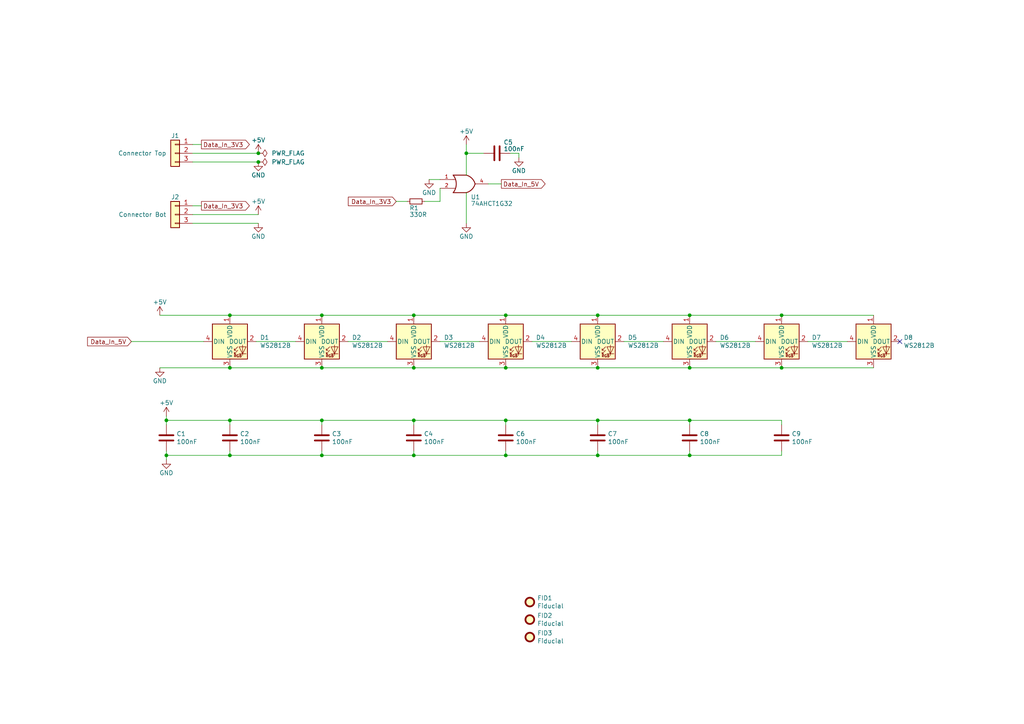
<source format=kicad_sch>
(kicad_sch (version 20230121) (generator eeschema)
  (paper "A4")
  (title_block (title "Index - Ring Light") (date "2021-09-14") (rev "04"))
  (lib_symbols
    (symbol "74xGxx:74AHCT1G32" (pin_names (offset 1.016))
      (property "Reference" "U" (at -2.54 3.81 0))
      (property "Value" "74AHCT1G32" (at 0 -3.81 0))
      (symbol "74AHCT1G32_0_1"
        (arc (start -3.81 -2.54) (mid -2.919 0) (end -3.81 2.54) (stroke (width 0.254)))
        (arc (start 0 -2.54) (mid 1.601 -1.601) (end 2.54 0) (stroke (width 0.254)))
        (polyline (pts (xy -3.81 -1.27) (xy -3.175 -1.27)))
        (polyline (pts (xy -3.81 1.27) (xy -3.175 1.27)))
        (polyline (pts (xy 0 -2.54) (xy -3.81 -2.54)) (stroke (width 0.254)) (fill (type background)))
        (polyline (pts (xy 0 2.54) (xy -3.81 2.54)) (stroke (width 0.254)) (fill (type background)))
        (arc (start 2.54 0) (mid 1.6136 1.6136) (end 0 2.54) (stroke (width 0.254)))
      )
      (symbol "74AHCT1G32_1_1"
        (pin input line (at -7.62 1.27 0) (length 3.81) (name "~") (number "1"))
        (pin input line (at -7.62 -1.27 0) (length 3.81) (name "~") (number "2"))
        (pin power_in line (at 0 -2.54 270) (length 0) hide (name "GND") (number "3"))
        (pin output line (at 6.35 0 180) (length 3.81) (name "~") (number "4"))
        (pin power_in line (at 0 2.54 90) (length 0) hide (name "VCC") (number "5"))
      )
    )
    (symbol "Connector_Generic:Conn_01x03" (pin_names (offset 1.016) hide)
      (property "Reference" "J" (at 0 5.08 0))
      (property "Value" "Conn_01x03" (at 0 -5.08 0))
      (symbol "Conn_01x03_1_1"
        (rectangle (start -1.27 -2.413) (end 0 -2.667) (stroke (width 0.1524)))
        (rectangle (start -1.27 0.127) (end 0 -0.127) (stroke (width 0.1524)))
        (rectangle (start -1.27 2.667) (end 0 2.413) (stroke (width 0.1524)))
        (rectangle (start -1.27 3.81) (end 1.27 -3.81) (stroke (width 0.254)) (fill (type background)))
        (pin passive line (at -5.08 2.54 0) (length 3.81) (name "Pin_1") (number "1"))
        (pin passive line (at -5.08 0 0) (length 3.81) (name "Pin_2") (number "2"))
        (pin passive line (at -5.08 -2.54 0) (length 3.81) (name "Pin_3") (number "3"))
      )
    )
    (symbol "Device:C" (pin_numbers hide) (pin_names (offset 0.254))
      (property "Reference" "C" (at 0.635 2.54 0))
      (property "Value" "C" (at 0.635 -2.54 0))
      (symbol "C_0_1"
        (polyline (pts (xy -2.032 -0.762) (xy 2.032 -0.762)) (stroke (width 0.508)))
        (polyline (pts (xy -2.032 0.762) (xy 2.032 0.762)) (stroke (width 0.508)))
      )
      (symbol "C_1_1"
        (pin passive line (at 0 3.81 270) (length 2.794) (name "~") (number "1"))
        (pin passive line (at 0 -3.81 90) (length 2.794) (name "~") (number "2"))
      )
    )
    (symbol "Device:R_Small" (pin_numbers hide) (pin_names (offset 0.254) hide)
      (property "Reference" "R" (at 0.762 0.508 0))
      (property "Value" "R_Small" (at 0.762 -1.016 0))
      (symbol "R_Small_0_1"
        (rectangle (start -0.762 1.778) (end 0.762 -1.778) (stroke (width 0.2032)))
      )
      (symbol "R_Small_1_1"
        (pin passive line (at 0 2.54 270) (length 0.762) (name "~") (number "1"))
        (pin passive line (at 0 -2.54 90) (length 0.762) (name "~") (number "2"))
      )
    )
    (symbol "LED:WS2812B" (pin_names (offset 0.254))
      (property "Reference" "D" (at 5.08 5.715 0))
      (property "Value" "WS2812B" (at 1.27 -5.715 0))
      (symbol "WS2812B_0_0"
        (text "RGB" (at 2.286 -4.191 0) (effects (font (size 0.762 0.762))))
      )
      (symbol "WS2812B_0_1"
        (polyline (pts (xy 1.27 -3.556) (xy 1.778 -3.556)))
        (polyline (pts (xy 1.27 -2.54) (xy 1.778 -2.54)))
        (polyline (pts (xy 4.699 -3.556) (xy 2.667 -3.556)))
        (polyline (pts (xy 2.286 -2.54) (xy 1.27 -3.556) (xy 1.27 -3.048)))
        (polyline (pts (xy 2.286 -1.524) (xy 1.27 -2.54) (xy 1.27 -2.032)))
        (polyline (pts (xy 3.683 -1.016) (xy 3.683 -3.556) (xy 3.683 -4.064)))
        (polyline (pts (xy 4.699 -1.524) (xy 2.667 -1.524) (xy 3.683 -3.556) (xy 4.699 -1.524)))
        (rectangle (start 5.08 5.08) (end -5.08 -5.08) (stroke (width 0.254)) (fill (type background)))
      )
      (symbol "WS2812B_1_1"
        (pin power_in line (at 0 7.62 270) (length 2.54) (name "VDD") (number "1"))
        (pin output line (at 7.62 0 180) (length 2.54) (name "DOUT") (number "2"))
        (pin power_in line (at 0 -7.62 90) (length 2.54) (name "VSS") (number "3"))
        (pin input line (at -7.62 0 0) (length 2.54) (name "DIN") (number "4"))
      )
    )
    (symbol "Mechanical:Fiducial"
      (property "Reference" "FID" (at 0 5.08 0))
      (property "Value" "Fiducial" (at 0 3.175 0))
      (symbol "Fiducial_0_1"
        (circle (center 0 0) (radius 1.27) (stroke (width 0.508)) (fill (type background)))
      )
    )
    (symbol "power:+5V" (power) (pin_names (offset 0))
      (property "Value" "+5V" (at 0 3.556 0))
      (symbol "+5V_0_1"
        (polyline (pts (xy -0.762 1.27) (xy 0 2.54)))
        (polyline (pts (xy 0 0) (xy 0 2.54)))
        (polyline (pts (xy 0 2.54) (xy 0.762 1.27)))
      )
      (symbol "+5V_1_1"
        (pin power_in line (at 0 0 90) (length 0) hide (name "+5V") (number "1"))
      )
    )
    (symbol "power:GND" (power) (pin_names (offset 0))
      (property "Value" "GND" (at 0 -3.81 0))
      (symbol "GND_0_1"
        (polyline (pts (xy 0 0) (xy 0 -1.27) (xy 1.27 -1.27) (xy 0 -2.54) (xy -1.27 -1.27) (xy 0 -1.27)))
      )
      (symbol "GND_1_1"
        (pin power_in line (at 0 0 270) (length 0) hide (name "GND") (number "1"))
      )
    )
    (symbol "power:PWR_FLAG" (power) (pin_numbers hide) (pin_names (offset 0) hide)
      (property "Value" "PWR_FLAG" (at 0 3.81 0))
      (symbol "PWR_FLAG_0_0"
        (pin power_out line (at 0 0 90) (length 0) (name "pwr") (number "1"))
      )
      (symbol "PWR_FLAG_0_1"
        (polyline (pts (xy 0 0) (xy 0 1.27) (xy -1.016 1.905) (xy 0 2.54) (xy 1.016 1.905) (xy 0 1.27)))
      )
    )
  )
  (junction (at 173.355 106.68))
  (junction (at 66.675 91.44))
  (junction (at 93.345 132.08))
  (junction (at 66.675 121.92))
  (junction (at 66.675 106.68))
  (junction (at 120.015 106.68))
  (junction (at 226.695 106.68))
  (junction (at 173.355 132.08))
  (junction (at 146.685 91.44))
  (junction (at 226.695 91.44))
  (junction (at 74.93 46.99))
  (junction (at 74.93 44.45))
  (junction (at 48.26 132.08))
  (junction (at 146.685 132.08))
  (junction (at 66.675 132.08))
  (junction (at 120.015 91.44))
  (junction (at 93.345 121.92))
  (junction (at 120.015 121.92))
  (junction (at 146.685 121.92))
  (junction (at 146.685 106.68))
  (junction (at 200.025 91.44))
  (junction (at 93.345 106.68))
  (junction (at 120.015 132.08))
  (junction (at 200.025 106.68))
  (junction (at 200.025 132.08))
  (junction (at 93.345 91.44))
  (junction (at 173.355 121.92))
  (junction (at 200.025 121.92))
  (junction (at 135.255 44.45))
  (junction (at 173.355 91.44))
  (junction (at 48.26 121.92))
  (no_connect (at 260.985 99.06))
  (wire (pts (xy 173.355 91.44) (xy 200.025 91.44)))
  (wire (pts (xy 150.495 44.45) (xy 150.495 45.72)))
  (wire (pts (xy 120.015 91.44) (xy 146.685 91.44)))
  (wire (pts (xy 120.015 121.92) (xy 146.685 121.92)))
  (wire (pts (xy 93.345 106.68) (xy 66.675 106.68)))
  (wire (pts (xy 46.355 91.44) (xy 66.675 91.44)))
  (wire (pts (xy 200.025 121.92) (xy 200.025 123.19)))
  (wire (pts (xy 66.675 121.92) (xy 66.675 123.19)))
  (wire (pts (xy 55.88 41.91) (xy 58.42 41.91)))
  (wire (pts (xy 120.015 132.08) (xy 146.685 132.08)))
  (wire (pts (xy 127.635 99.06) (xy 139.065 99.06)))
  (wire (pts (xy 38.1 99.06) (xy 59.055 99.06)))
  (wire (pts (xy 146.685 132.08) (xy 146.685 130.81)))
  (wire (pts (xy 55.88 59.69) (xy 58.42 59.69)))
  (wire (pts (xy 207.645 99.06) (xy 219.075 99.06)))
  (wire (pts (xy 141.605 53.34) (xy 145.415 53.34)))
  (wire (pts (xy 140.335 44.45) (xy 135.255 44.45)))
  (wire (pts (xy 154.305 99.06) (xy 165.735 99.06)))
  (wire (pts (xy 66.675 132.08) (xy 93.345 132.08)))
  (wire (pts (xy 48.26 130.81) (xy 48.26 132.08)))
  (wire (pts (xy 48.26 121.92) (xy 48.26 123.19)))
  (wire (pts (xy 180.975 99.06) (xy 192.405 99.06)))
  (wire (pts (xy 93.345 91.44) (xy 120.015 91.44)))
  (wire (pts (xy 234.315 99.06) (xy 245.745 99.06)))
  (wire (pts (xy 55.88 44.45) (xy 74.93 44.45)))
  (wire (pts (xy 200.025 106.68) (xy 226.695 106.68)))
  (wire (pts (xy 55.88 62.23) (xy 74.93 62.23)))
  (wire (pts (xy 66.675 132.08) (xy 66.675 130.81)))
  (wire (pts (xy 173.355 132.08) (xy 200.025 132.08)))
  (wire (pts (xy 55.88 64.77) (xy 74.93 64.77)))
  (wire (pts (xy 93.345 132.08) (xy 93.345 130.81)))
  (wire (pts (xy 200.025 132.08) (xy 200.025 130.81)))
  (wire (pts (xy 173.355 121.92) (xy 173.355 123.19)))
  (wire (pts (xy 100.965 99.06) (xy 112.395 99.06)))
  (wire (pts (xy 200.025 132.08) (xy 226.695 132.08)))
  (wire (pts (xy 93.345 132.08) (xy 120.015 132.08)))
  (wire (pts (xy 46.355 106.68) (xy 66.675 106.68)))
  (wire (pts (xy 135.255 44.45) (xy 135.255 50.8)))
  (wire (pts (xy 120.015 121.92) (xy 120.015 123.19)))
  (wire (pts (xy 173.355 121.92) (xy 200.025 121.92)))
  (wire (pts (xy 226.695 121.92) (xy 226.695 123.19)))
  (wire (pts (xy 135.255 55.88) (xy 135.255 64.77)))
  (wire (pts (xy 173.355 132.08) (xy 173.355 130.81)))
  (wire (pts (xy 200.025 106.68) (xy 173.355 106.68)))
  (wire (pts (xy 93.345 121.92) (xy 120.015 121.92)))
  (wire (pts (xy 146.685 106.68) (xy 173.355 106.68)))
  (wire (pts (xy 147.955 44.45) (xy 150.495 44.45)))
  (wire (pts (xy 120.015 106.68) (xy 146.685 106.68)))
  (wire (pts (xy 146.685 121.92) (xy 146.685 123.19)))
  (wire (pts (xy 200.025 91.44) (xy 226.695 91.44)))
  (wire (pts (xy 146.685 132.08) (xy 173.355 132.08)))
  (wire (pts (xy 226.695 91.44) (xy 253.365 91.44)))
  (wire (pts (xy 48.26 132.08) (xy 48.26 133.35)))
  (wire (pts (xy 226.695 132.08) (xy 226.695 130.81)))
  (wire (pts (xy 146.685 91.44) (xy 173.355 91.44)))
  (wire (pts (xy 48.26 120.65) (xy 48.26 121.92)))
  (wire (pts (xy 74.295 99.06) (xy 85.725 99.06)))
  (wire (pts (xy 93.345 121.92) (xy 93.345 123.19)))
  (wire (pts (xy 55.88 46.99) (xy 74.93 46.99)))
  (wire (pts (xy 48.26 132.08) (xy 66.675 132.08)))
  (wire (pts (xy 93.345 106.68) (xy 120.015 106.68)))
  (wire (pts (xy 135.255 41.91) (xy 135.255 44.45)))
  (wire (pts (xy 66.675 121.92) (xy 93.345 121.92)))
  (wire (pts (xy 48.26 121.92) (xy 66.675 121.92)))
  (wire (pts (xy 120.015 132.08) (xy 120.015 130.81)))
  (wire (pts (xy 200.025 121.92) (xy 226.695 121.92)))
  (wire (pts (xy 123.19 58.42) (xy 127.635 58.42)))
  (wire (pts (xy 127.635 52.07) (xy 124.46 52.07)))
  (wire (pts (xy 226.695 106.68) (xy 253.365 106.68)))
  (wire (pts (xy 146.685 121.92) (xy 173.355 121.92)))
  (wire (pts (xy 127.635 54.61) (xy 127.635 58.42)))
  (wire (pts (xy 114.935 58.42) (xy 118.11 58.42)))
  (wire (pts (xy 66.675 91.44) (xy 93.345 91.44)))
  (global_label "Data_In_3V3" (shape output) (at 58.42 41.91 0) (property "Intersheetrefs" "${INTERSHEET_REFS}" (effects hide)))
  (global_label "Data_In_3V3" (shape input) (at 114.935 58.42 180) (property "Intersheetrefs" "${INTERSHEET_REFS}" (effects hide)))
  (global_label "Data_In_5V" (shape output) (at 145.415 53.34 0) (property "Intersheetrefs" "${INTERSHEET_REFS}" (effects hide)))
  (global_label "Data_In_3V3" (shape output) (at 58.42 59.69 0) (property "Intersheetrefs" "${INTERSHEET_REFS}" (effects hide)))
  (global_label "Data_In_5V" (shape input) (at 38.1 99.06 180) (property "Intersheetrefs" "${INTERSHEET_REFS}" (effects hide)))
  (symbol (lib_id "LED:WS2812B") (at 66.675 99.06 0) (unit 1)
    (property "Reference" "D1" (at 75.4126 97.8916 0) (effects (justify left)))
    (property "Value" "WS2812B" (at 75.4126 100.203 0) (effects (justify left)))
    (property "Footprint" "LED_SMD:LED_WS2812B_PLCC4_5.0x5.0mm_P3.2mm" (effects hide))
    (property "Datasheet" "https://cdn-shop.adafruit.com/datasheets/WS2812B.pdf" (effects hide))
    (property "Part #" "WS2812B" (effects hide))
    (property "JLCPCB" "C114586" (effects hide))
    (property "LCSC" "C114586" (effects hide))
  )
  (symbol (lib_id "LED:WS2812B") (at 93.345 99.06 0) (unit 1)
    (property "Reference" "D2" (at 102.0826 97.8916 0) (effects (justify left)))
    (property "Value" "WS2812B" (at 102.0826 100.203 0) (effects (justify left)))
    (property "Footprint" "LED_SMD:LED_WS2812B_PLCC4_5.0x5.0mm_P3.2mm" (effects hide))
    (property "Datasheet" "https://cdn-shop.adafruit.com/datasheets/WS2812B.pdf" (effects hide))
    (property "Part #" "WS2812B" (effects hide))
    (property "JLCPCB" "C114586" (effects hide))
    (property "LCSC" "C114586" (effects hide))
  )
  (symbol (lib_id "LED:WS2812B") (at 120.015 99.06 0) (unit 1)
    (property "Reference" "D3" (at 128.7526 97.8916 0) (effects (justify left)))
    (property "Value" "WS2812B" (at 128.7526 100.203 0) (effects (justify left)))
    (property "Footprint" "LED_SMD:LED_WS2812B_PLCC4_5.0x5.0mm_P3.2mm" (effects hide))
    (property "Datasheet" "https://cdn-shop.adafruit.com/datasheets/WS2812B.pdf" (effects hide))
    (property "Part #" "WS2812B" (effects hide))
    (property "JLCPCB" "C114586" (effects hide))
    (property "LCSC" "C114586" (effects hide))
  )
  (symbol (lib_id "LED:WS2812B") (at 146.685 99.06 0) (unit 1)
    (property "Reference" "D4" (at 155.4226 97.8916 0) (effects (justify left)))
    (property "Value" "WS2812B" (at 155.4226 100.203 0) (effects (justify left)))
    (property "Footprint" "LED_SMD:LED_WS2812B_PLCC4_5.0x5.0mm_P3.2mm" (effects hide))
    (property "Datasheet" "https://cdn-shop.adafruit.com/datasheets/WS2812B.pdf" (effects hide))
    (property "Part #" "WS2812B" (effects hide))
    (property "JLCPCB" "C114586" (effects hide))
    (property "LCSC" "C114586" (effects hide))
  )
  (symbol (lib_id "LED:WS2812B") (at 173.355 99.06 0) (unit 1)
    (property "Reference" "D5" (at 182.0926 97.8916 0) (effects (justify left)))
    (property "Value" "WS2812B" (at 182.0926 100.203 0) (effects (justify left)))
    (property "Footprint" "LED_SMD:LED_WS2812B_PLCC4_5.0x5.0mm_P3.2mm" (effects hide))
    (property "Datasheet" "https://cdn-shop.adafruit.com/datasheets/WS2812B.pdf" (effects hide))
    (property "Part #" "WS2812B" (effects hide))
    (property "JLCPCB" "C114586" (effects hide))
    (property "LCSC" "C114586" (effects hide))
  )
  (symbol (lib_id "LED:WS2812B") (at 200.025 99.06 0) (unit 1)
    (property "Reference" "D6" (at 208.7626 97.8916 0) (effects (justify left)))
    (property "Value" "WS2812B" (at 208.7626 100.203 0) (effects (justify left)))
    (property "Footprint" "LED_SMD:LED_WS2812B_PLCC4_5.0x5.0mm_P3.2mm" (effects hide))
    (property "Datasheet" "https://cdn-shop.adafruit.com/datasheets/WS2812B.pdf" (effects hide))
    (property "Part #" "WS2812B" (effects hide))
    (property "JLCPCB" "C114586" (effects hide))
    (property "LCSC" "C114586" (effects hide))
  )
  (symbol (lib_id "LED:WS2812B") (at 226.695 99.06 0) (unit 1)
    (property "Reference" "D7" (at 235.4326 97.8916 0) (effects (justify left)))
    (property "Value" "WS2812B" (at 235.4326 100.203 0) (effects (justify left)))
    (property "Footprint" "LED_SMD:LED_WS2812B_PLCC4_5.0x5.0mm_P3.2mm" (effects hide))
    (property "Datasheet" "https://cdn-shop.adafruit.com/datasheets/WS2812B.pdf" (effects hide))
    (property "Part #" "WS2812B" (effects hide))
    (property "JLCPCB" "C114586" (effects hide))
    (property "LCSC" "C114586" (effects hide))
  )
  (symbol (lib_id "LED:WS2812B") (at 253.365 99.06 0) (unit 1)
    (property "Reference" "D8" (at 262.1026 97.8916 0) (effects (justify left)))
    (property "Value" "WS2812B" (at 262.1026 100.203 0) (effects (justify left)))
    (property "Footprint" "LED_SMD:LED_WS2812B_PLCC4_5.0x5.0mm_P3.2mm" (effects hide))
    (property "Datasheet" "https://cdn-shop.adafruit.com/datasheets/WS2812B.pdf" (effects hide))
    (property "Part #" "WS2812B" (effects hide))
    (property "JLCPCB" "C114586" (effects hide))
    (property "LCSC" "C114586" (effects hide))
  )
  (symbol (lib_id "Mechanical:Fiducial") (at 153.67 174.625 0) (unit 1)
    (property "Reference" "FID1" (at 155.829 173.4566 0) (effects (justify left)))
    (property "Value" "Fiducial" (at 155.829 175.768 0) (effects (justify left)))
    (property "Footprint" "Fiducial:Fiducial_1mm_Mask2mm" (effects hide))
  )
  (symbol (lib_id "Mechanical:Fiducial") (at 153.67 179.705 0) (unit 1)
    (property "Reference" "FID2" (at 155.829 178.5366 0) (effects (justify left)))
    (property "Value" "Fiducial" (at 155.829 180.848 0) (effects (justify left)))
    (property "Footprint" "Fiducial:Fiducial_1mm_Mask2mm" (effects hide))
  )
  (symbol (lib_id "Mechanical:Fiducial") (at 153.67 184.785 0) (unit 1)
    (property "Reference" "FID3" (at 155.829 183.6166 0) (effects (justify left)))
    (property "Value" "Fiducial" (at 155.829 185.928 0) (effects (justify left)))
    (property "Footprint" "Fiducial:Fiducial_1mm_Mask2mm" (effects hide))
  )
  (symbol (lib_id "power:GND") (at 46.355 106.68 0) (unit 1)
    (property "Reference" "#PWR02" (effects hide))
    (property "Value" "GND" (at 46.355 110.49 0))
  )
  (symbol (lib_id "power:+5V") (at 46.355 91.44 0) (unit 1)
    (property "Reference" "#PWR01" (effects hide))
    (property "Value" "+5V" (at 46.355 87.63 0))
  )
  (symbol (lib_id "power:+5V") (at 48.26 120.65 0) (unit 1)
    (property "Reference" "#PWR03" (effects hide))
    (property "Value" "+5V" (at 48.26 116.84 0))
  )
  (symbol (lib_id "power:GND") (at 48.26 133.35 0) (unit 1)
    (property "Reference" "#PWR04" (effects hide))
    (property "Value" "GND" (at 48.26 137.16 0))
  )
  (symbol (lib_id "Device:C") (at 66.675 127 0) (unit 1)
    (property "Reference" "C2" (at 69.596 125.8316 0) (effects (justify left)))
    (property "Value" "100nF" (at 69.596 128.143 0) (effects (justify left)))
    (property "Footprint" "Capacitor_SMD:C_0805_2012Metric" (effects hide))
    (property "Part #" "CC0805KRX7R9BB104" (effects hide))
    (property "JLCPCB" "C49678" (effects hide))
    (property "LCSC" "C49678" (effects hide))
  )
  (symbol (lib_id "Connector_Generic:Conn_01x03") (at 50.8 62.23 0) (mirror y) (unit 1)
    (property "Reference" "J2" (at 50.8 57.15 0))
    (property "Value" "Connector Bot" (at 48.26 62.23 0) (effects (justify left)))
    (property "Footprint" "Connector_JST:JST_XH_S3B-XH-A-1_1x03_P2.50mm_Horizontal" (effects hide))
    (property "Part #" "S3B-XH-A-1(LF)(SN)" (effects hide))
    (property "JLCPCB" "C163036" (effects hide))
    (property "LCSC" "C163036" (effects hide))
  )
  (symbol (lib_id "power:+5V") (at 74.93 44.45 0) (unit 1)
    (property "Reference" "#PWR05" (effects hide))
    (property "Value" "+5V" (at 74.93 40.64 0))
  )
  (symbol (lib_id "power:GND") (at 74.93 46.99 0) (unit 1)
    (property "Reference" "#PWR06" (effects hide))
    (property "Value" "GND" (at 74.93 50.8 0))
  )
  (symbol (lib_id "power:GND") (at 135.255 64.77 0) (unit 1)
    (property "Reference" "#PWR011" (effects hide))
    (property "Value" "GND" (at 135.255 68.58 0))
  )
  (symbol (lib_id "power:GND") (at 150.495 45.72 0) (unit 1)
    (property "Reference" "#PWR012" (effects hide))
    (property "Value" "GND" (at 150.495 49.53 0))
  )
  (symbol (lib_id "power:+5V") (at 135.255 41.91 0) (unit 1)
    (property "Reference" "#PWR010" (effects hide))
    (property "Value" "+5V" (at 135.255 38.1 0))
  )
  (symbol (lib_id "Device:C") (at 144.145 44.45 90) (unit 1)
    (property "Reference" "C5" (at 146.05 41.275 90) (effects (justify right)))
    (property "Value" "100nF" (at 146.05 43.18 90) (effects (justify right)))
    (property "Footprint" "Capacitor_SMD:C_0805_2012Metric" (effects hide))
    (property "Part #" "CC0805KRX7R9BB104" (effects hide))
    (property "JLCPCB" "C49678" (effects hide))
    (property "LCSC" "C49678" (effects hide))
  )
  (symbol (lib_id "Connector_Generic:Conn_01x03") (at 50.8 44.45 0) (mirror y) (unit 1)
    (property "Reference" "J1" (at 50.8 39.37 0))
    (property "Value" "Connector Top" (at 48.26 44.45 0) (effects (justify left)))
    (property "Footprint" "Connector_JST:JST_XH_B3B-XH-A_1x03_P2.50mm_Vertical" (effects hide))
    (property "Part #" "B3B-XH-A(LF)(SN)" (effects hide))
    (property "JLCPCB" "C144394" (effects hide))
    (property "LCSC" "C144394" (effects hide))
  )
  (symbol (lib_id "Device:C") (at 93.345 127 0) (unit 1)
    (property "Reference" "C3" (at 96.266 125.8316 0) (effects (justify left)))
    (property "Value" "100nF" (at 96.266 128.143 0) (effects (justify left)))
    (property "Footprint" "Capacitor_SMD:C_0805_2012Metric" (effects hide))
    (property "Part #" "CC0805KRX7R9BB104" (effects hide))
    (property "JLCPCB" "C49678" (effects hide))
    (property "LCSC" "C49678" (effects hide))
  )
  (symbol (lib_id "Device:C") (at 120.015 127 0) (unit 1)
    (property "Reference" "C4" (at 122.936 125.8316 0) (effects (justify left)))
    (property "Value" "100nF" (at 122.936 128.143 0) (effects (justify left)))
    (property "Footprint" "Capacitor_SMD:C_0805_2012Metric" (effects hide))
    (property "Part #" "CC0805KRX7R9BB104" (effects hide))
    (property "JLCPCB" "C49678" (effects hide))
    (property "LCSC" "C49678" (effects hide))
  )
  (symbol (lib_id "Device:C") (at 146.685 127 0) (unit 1)
    (property "Reference" "C6" (at 149.606 125.8316 0) (effects (justify left)))
    (property "Value" "100nF" (at 149.606 128.143 0) (effects (justify left)))
    (property "Footprint" "Capacitor_SMD:C_0805_2012Metric" (effects hide))
    (property "Part #" "CC0805KRX7R9BB104" (effects hide))
    (property "JLCPCB" "C49678" (effects hide))
    (property "LCSC" "C49678" (effects hide))
  )
  (symbol (lib_id "Device:C") (at 173.355 127 0) (unit 1)
    (property "Reference" "C7" (at 176.276 125.8316 0) (effects (justify left)))
    (property "Value" "100nF" (at 176.276 128.143 0) (effects (justify left)))
    (property "Footprint" "Capacitor_SMD:C_0805_2012Metric" (effects hide))
    (property "Part #" "CC0805KRX7R9BB104" (effects hide))
    (property "JLCPCB" "C49678" (effects hide))
    (property "LCSC" "C49678" (effects hide))
  )
  (symbol (lib_id "Device:C") (at 200.025 127 0) (unit 1)
    (property "Reference" "C8" (at 202.946 125.8316 0) (effects (justify left)))
    (property "Value" "100nF" (at 202.946 128.143 0) (effects (justify left)))
    (property "Footprint" "Capacitor_SMD:C_0805_2012Metric" (effects hide))
    (property "Part #" "CC0805KRX7R9BB104" (effects hide))
    (property "JLCPCB" "C49678" (effects hide))
    (property "LCSC" "C49678" (effects hide))
  )
  (symbol (lib_id "power:+5V") (at 74.93 62.23 0) (unit 1)
    (property "Reference" "#PWR07" (effects hide))
    (property "Value" "+5V" (at 74.93 58.42 0))
  )
  (symbol (lib_id "Device:C") (at 226.695 127 0) (unit 1)
    (property "Reference" "C9" (at 229.616 125.8316 0) (effects (justify left)))
    (property "Value" "100nF" (at 229.616 128.143 0) (effects (justify left)))
    (property "Footprint" "Capacitor_SMD:C_0805_2012Metric" (effects hide))
    (property "Part #" "CC0805KRX7R9BB104" (effects hide))
    (property "JLCPCB" "C49678" (effects hide))
    (property "LCSC" "C49678" (effects hide))
  )
  (symbol (lib_id "power:GND") (at 74.93 64.77 0) (unit 1)
    (property "Reference" "#PWR08" (effects hide))
    (property "Value" "GND" (at 74.93 68.58 0))
  )
  (symbol (lib_id "Device:R_Small") (at 120.65 58.42 270) (unit 1)
    (property "Reference" "R1" (at 118.745 60.325 90) (effects (justify left)))
    (property "Value" "330R" (at 118.745 62.23 90) (effects (justify left)))
    (property "Footprint" "Resistor_SMD:R_0805_2012Metric" (effects hide))
    (property "Part #" "0805W8F3300T5E" (effects hide))
    (property "JLCPCB" "C17630" (effects hide))
    (property "LCSC" "C17630" (effects hide))
  )
  (symbol (lib_id "74xGxx:74AHCT1G32") (at 135.255 53.34 0) (unit 1)
    (property "Reference" "U1" (at 136.525 57.15 0) (effects (justify left)))
    (property "Value" "74AHCT1G32" (at 136.525 59.055 0) (effects (justify left)))
    (property "Footprint" "Package_TO_SOT_SMD:SOT-353_SC-70-5" (effects hide))
    (property "Datasheet" "http://www.ti.com/lit/sg/scyt129e/scyt129e.pdf" (effects hide))
    (property "JLCPCB" "C43450" (effects hide))
    (property "LCSC" "C43450" (effects hide))
  )
  (symbol (lib_id "power:GND") (at 124.46 52.07 0) (unit 1)
    (property "Reference" "#PWR09" (effects hide))
    (property "Value" "GND" (at 124.46 55.88 0))
  )
  (symbol (lib_id "Device:C") (at 48.26 127 0) (unit 1)
    (property "Reference" "C1" (at 51.181 125.8316 0) (effects (justify left)))
    (property "Value" "100nF" (at 51.181 128.143 0) (effects (justify left)))
    (property "Footprint" "Capacitor_SMD:C_0805_2012Metric" (effects hide))
    (property "Part #" "CC0805KRX7R9BB104" (effects hide))
    (property "JLCPCB" "C49678" (effects hide))
    (property "LCSC" "C49678" (effects hide))
  )
  (symbol (lib_id "power:PWR_FLAG") (at 74.93 44.45 270) (unit 1)
    (property "Reference" "#FLG01" (effects hide))
    (property "Value" "PWR_FLAG" (at 78.74 44.4499 90) (effects (justify left)))
  )
  (symbol (lib_id "power:PWR_FLAG") (at 74.93 46.99 270) (unit 1)
    (property "Reference" "#FLG02" (effects hide))
    (property "Value" "PWR_FLAG" (at 78.74 46.9899 90) (effects (justify left)))
  )
)
</source>
